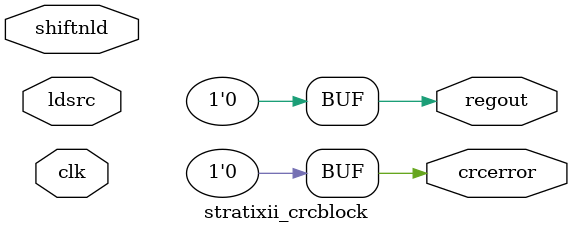
<source format=v>
module  stratixii_crcblock (
    clk,
    shiftnld,
   ldsrc,
    crcerror,
    regout);
input clk;
input shiftnld;
input ldsrc;
output crcerror;
output regout;
assign crcerror = 1'b0;
assign regout = 1'b0;
parameter oscillator_divider = 1;
parameter lpm_type = "stratixii_crcblock";
endmodule
</source>
